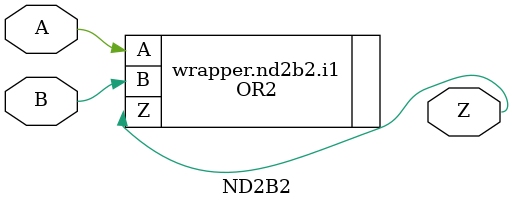
<source format=v>
`resetall
`timescale 1 ns / 100 ps

/* Created by DB2VERILOG Version 1.0.1.1 on Sat May 14 10:48:11 1994 */
/* module compiled from "lsl2db 3.6.4" run */


`celldefine
module ND2B2 (A, B, Z);
input  A, B;
output Z;
OR2  \wrapper.nd2b2.i1 (.A(A), .B(B), .Z(Z));

endmodule 
`endcelldefine

</source>
